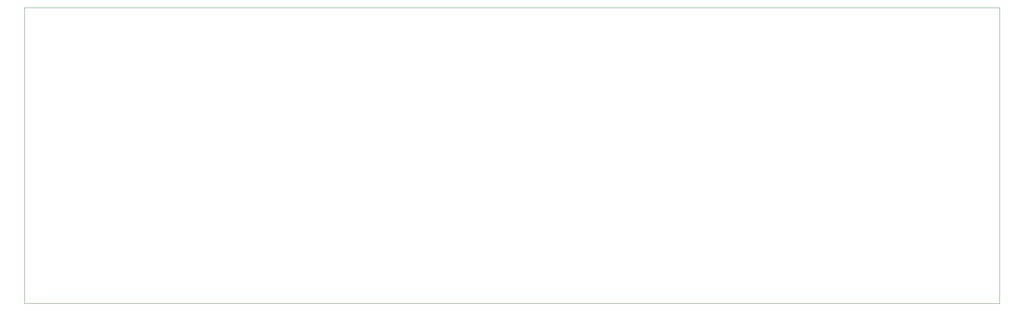
<source format=gm1>
G04 #@! TF.GenerationSoftware,KiCad,Pcbnew,6.0.2+dfsg-1~bpo11+1*
G04 #@! TF.CreationDate,2022-09-22T09:54:58-04:00*
G04 #@! TF.ProjectId,led_matrix_8x32,6c65645f-6d61-4747-9269-785f38783332,rev?*
G04 #@! TF.SameCoordinates,Original*
G04 #@! TF.FileFunction,Profile,NP*
%FSLAX46Y46*%
G04 Gerber Fmt 4.6, Leading zero omitted, Abs format (unit mm)*
G04 Created by KiCad (PCBNEW 6.0.2+dfsg-1~bpo11+1) date 2022-09-22 09:54:58*
%MOMM*%
%LPD*%
G01*
G04 APERTURE LIST*
G04 #@! TA.AperFunction,Profile*
%ADD10C,0.100000*%
G04 #@! TD*
G04 APERTURE END LIST*
D10*
X32050000Y-71025000D02*
X248025000Y-71025000D01*
X248025000Y-71025000D02*
X248025000Y-136625000D01*
X248025000Y-136625000D02*
X32050000Y-136625000D01*
X32050000Y-136625000D02*
X32050000Y-71025000D01*
M02*

</source>
